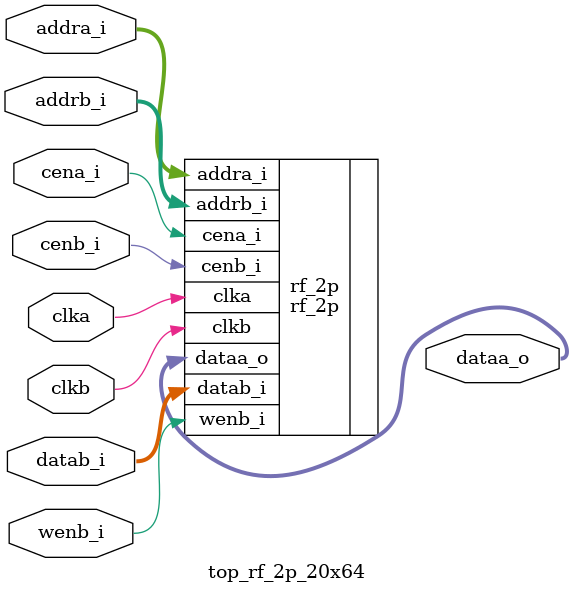
<source format=v>

`include "enc_defines.v"

module top_rf_2p_20x64 (
  clka    ,
  cena_i  ,
  addra_i ,
  dataa_o ,
  clkb    ,
  cenb_i  ,
  wenb_i  ,
  addrb_i ,
  datab_i
);


//*** PARAMETER DECLARATION ****************************************************

  localparam Word_Width = 20 ;
  localparam Addr_Width = 6  ;


//*** INPUT/OUTPUT DECLARATION *************************************************

  // A port
  input                       clka    ;
  input                       cena_i  ;
  input  [Addr_Width-1 :0]    addra_i ;
  output [Word_Width-1 :0]    dataa_o ;
                                      
  // B Port                           
  input                       clkb    ;
  input                       cenb_i  ;
  input                       wenb_i  ;
  input  [Addr_Width-1 :0]    addrb_i ;
  input  [Word_Width-1 :0]    datab_i ;


//*** MAIN BODY ****************************************************************

  rf_2p #(
    .Addr_Width    ( Addr_Width    ),
    .Word_Width    ( Word_Width    )
  ) rf_2p (
    .clka          ( clka          ),
    .cena_i        ( cena_i        ),
    .addra_i       ( addra_i       ),
    .dataa_o       ( dataa_o       ),
    .clkb          ( clkb          ),
    .cenb_i        ( cenb_i        ),
    .wenb_i        ( wenb_i        ),
    .addrb_i       ( addrb_i       ),
    .datab_i       ( datab_i       )
    );


endmodule
</source>
